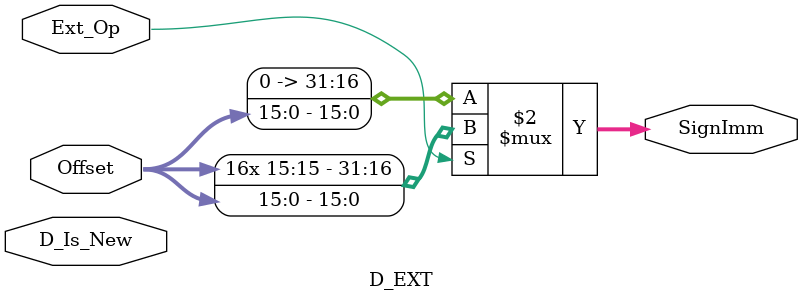
<source format=v>
`timescale 1ns / 1ps
module D_EXT(
    input [15:0] Offset,
    input Ext_Op,
	input D_Is_New,
	
    output [31:0] SignImm
    );

    assign SignImm = (Ext_Op == 0) ? {16'b0,Offset[15:0]} : {{16{Offset[15]}},Offset[15:0]};

endmodule

</source>
